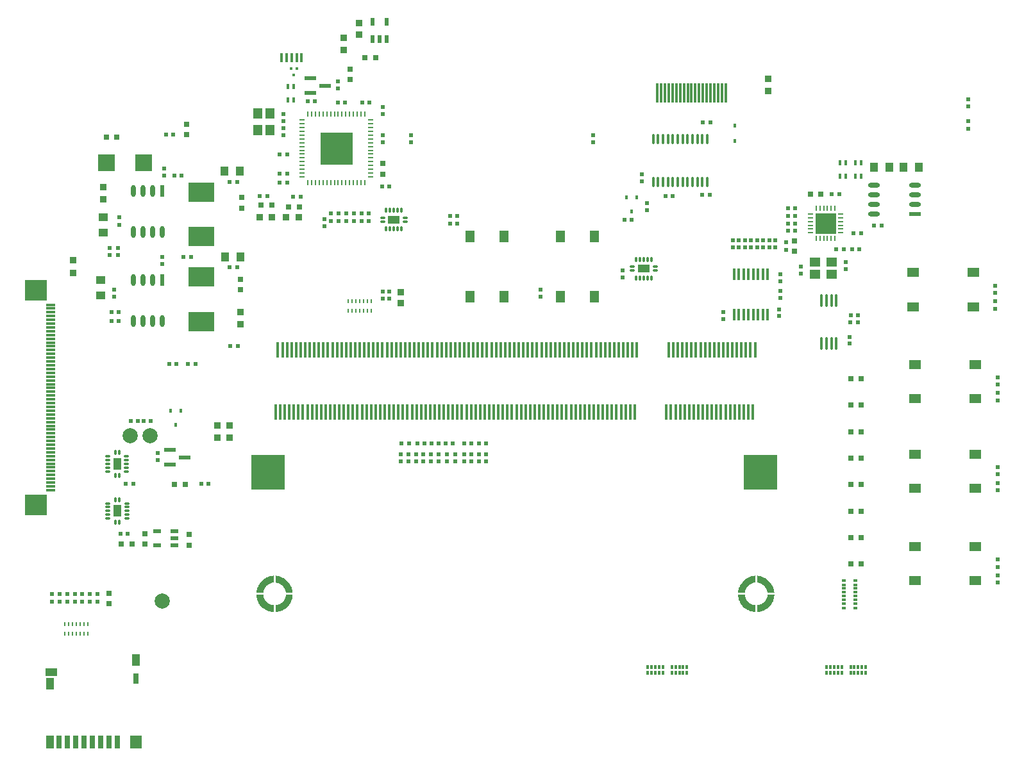
<source format=gtp>
%FSLAX25Y25*%
%MOIN*%
G70*
G01*
G75*
G04 Layer_Color=8421504*
%ADD10C,0.02362*%
%ADD11C,0.00984*%
%ADD12R,0.02441X0.02244*%
%ADD13R,0.02244X0.02441*%
%ADD14O,0.01378X0.06693*%
%ADD15R,0.01614X0.06299*%
%ADD16R,0.02362X0.02165*%
%ADD17R,0.01181X0.10236*%
%ADD18R,0.03000X0.03000*%
G04:AMPARAMS|DCode=19|XSize=29.53mil|YSize=16.54mil|CornerRadius=4.13mil|HoleSize=0mil|Usage=FLASHONLY|Rotation=90.000|XOffset=0mil|YOffset=0mil|HoleType=Round|Shape=RoundedRectangle|*
%AMROUNDEDRECTD19*
21,1,0.02953,0.00827,0,0,90.0*
21,1,0.02126,0.01654,0,0,90.0*
1,1,0.00827,0.00413,0.01063*
1,1,0.00827,0.00413,-0.01063*
1,1,0.00827,-0.00413,-0.01063*
1,1,0.00827,-0.00413,0.01063*
%
%ADD19ROUNDEDRECTD19*%
%ADD20O,0.03150X0.01181*%
%ADD21O,0.01181X0.03150*%
%ADD22R,0.03937X0.05906*%
%ADD23R,0.05906X0.03937*%
%ADD24O,0.01378X0.05512*%
%ADD25R,0.03819X0.03780*%
%ADD26R,0.01181X0.02165*%
%ADD27R,0.01575X0.02165*%
%ADD28R,0.03937X0.02362*%
%ADD29R,0.03000X0.03000*%
%ADD30R,0.05118X0.06102*%
%ADD31C,0.07874*%
%ADD32R,0.02756X0.00984*%
%ADD33R,0.10630X0.10630*%
%ADD34R,0.00984X0.02756*%
%ADD35R,0.06102X0.05118*%
%ADD36R,0.01575X0.01969*%
%ADD37R,0.05906X0.02165*%
%ADD38R,0.03780X0.03819*%
%ADD39R,0.13504X0.09843*%
%ADD40R,0.03937X0.06890*%
%ADD41R,0.02756X0.06890*%
%ADD42R,0.05906X0.06890*%
%ADD43R,0.03150X0.05512*%
%ADD44R,0.05906X0.03937*%
%ADD45R,0.03937X0.06102*%
%ADD46R,0.06200X0.02400*%
%ADD47O,0.06200X0.02400*%
%ADD48R,0.02400X0.06200*%
%ADD49O,0.02400X0.06200*%
%ADD50R,0.01181X0.01181*%
%ADD51R,0.01772X0.02323*%
%ADD52R,0.00787X0.01969*%
%ADD53R,0.08504X0.08898*%
%ADD54R,0.04000X0.05000*%
%ADD55R,0.05000X0.04000*%
%ADD56R,0.01378X0.07874*%
%ADD57R,0.17716X0.18110*%
%ADD58R,0.02441X0.01575*%
%ADD59R,0.04724X0.01181*%
%ADD60R,0.11811X0.10630*%
%ADD61R,0.05512X0.04528*%
%ADD62R,0.04528X0.05512*%
%ADD63R,0.01772X0.05118*%
%ADD64R,0.03740X0.03740*%
%ADD65R,0.02362X0.03937*%
%ADD66O,0.02756X0.00984*%
%ADD67O,0.00984X0.02756*%
%ADD68R,0.17126X0.17126*%
%ADD69C,0.00787*%
%ADD70C,0.00906*%
%ADD71C,0.01969*%
%ADD72C,0.01378*%
%ADD73C,0.01181*%
%ADD74C,0.02756*%
%ADD75C,0.01575*%
%ADD76C,0.00052*%
%ADD77C,0.01000*%
%ADD78C,0.07087*%
%ADD79R,0.07087X0.07087*%
%ADD80C,0.07480*%
%ADD81C,0.25590*%
%ADD82O,0.05906X0.12992*%
%ADD83O,0.05906X0.09055*%
%ADD84C,0.20866*%
%ADD85C,0.08268*%
%ADD86C,0.12795*%
%ADD87C,0.06496*%
%ADD88C,0.09843*%
%ADD89C,0.06693*%
%ADD90R,0.06693X0.06693*%
%ADD91C,0.06000*%
%ADD92R,0.06000X0.06000*%
%ADD93C,0.13780*%
%ADD94C,0.05512*%
%ADD95O,0.15748X0.07874*%
%ADD96O,0.07874X0.15748*%
%ADD97O,0.17716X0.07874*%
%ADD98C,0.04331*%
%ADD99C,0.06299*%
%ADD100C,0.11811*%
%ADD101C,0.03150*%
%ADD102O,0.04528X0.07087*%
%ADD103O,0.05709X0.07874*%
%ADD104C,0.02362*%
%ADD105C,0.00866*%
%ADD106C,0.00900*%
%ADD107C,0.00500*%
%ADD108C,0.00394*%
%ADD109C,0.00591*%
%ADD110C,0.00700*%
%ADD111C,0.00701*%
%ADD112C,0.00472*%
G36*
X134263Y78957D02*
X134290Y78795D01*
X134315Y78645D01*
X134346Y78505D01*
X134379Y78356D01*
X134410Y78213D01*
X134452Y78073D01*
X134539Y77797D01*
X134641Y77525D01*
X134751Y77264D01*
X134960Y76851D01*
X135145Y76537D01*
X135244Y76391D01*
X135467Y76086D01*
X135671Y75838D01*
X135813Y75683D01*
X135922Y75564D01*
X136038Y75458D01*
X136260Y75250D01*
X136526Y75040D01*
X136796Y74839D01*
X136986Y74715D01*
X137258Y74553D01*
X137545Y74404D01*
X137806Y74287D01*
X138021Y74197D01*
X138410Y74066D01*
X138701Y73986D01*
X139120Y73904D01*
X139327Y73868D01*
X139530Y73846D01*
X139622Y73836D01*
Y70288D01*
X139359Y70301D01*
X138884Y70348D01*
X138542Y70398D01*
X138021Y70502D01*
X137647Y70596D01*
X137101Y70762D01*
X136526Y70981D01*
X136081Y71175D01*
X135782Y71323D01*
X135686Y71371D01*
X135295Y71590D01*
X134740Y71948D01*
X134458Y72152D01*
X134091Y72448D01*
X133745Y72735D01*
X133438Y73042D01*
X133141Y73339D01*
X132841Y73698D01*
X132516Y74094D01*
X132086Y74738D01*
X131882Y75100D01*
X131783Y75273D01*
X131696Y75448D01*
X131519Y75800D01*
X131382Y76125D01*
X131317Y76287D01*
X131260Y76450D01*
X131148Y76774D01*
X131039Y77097D01*
X130946Y77480D01*
X130901Y77664D01*
X130847Y77914D01*
X130802Y78170D01*
X130781Y78302D01*
X130761Y78439D01*
X130748Y78566D01*
X130728Y78700D01*
X130703Y78957D01*
X130686Y79220D01*
X134238Y79221D01*
X134263Y78957D01*
D02*
G37*
G36*
X384657D02*
X384684Y78795D01*
X384709Y78645D01*
X384739Y78505D01*
X384772Y78356D01*
X384804Y78213D01*
X384846Y78073D01*
X384933Y77797D01*
X385034Y77525D01*
X385145Y77264D01*
X385353Y76851D01*
X385539Y76537D01*
X385638Y76391D01*
X385860Y76086D01*
X386065Y75838D01*
X386206Y75683D01*
X386315Y75564D01*
X386432Y75458D01*
X386653Y75250D01*
X386919Y75040D01*
X387190Y74839D01*
X387379Y74715D01*
X387652Y74553D01*
X387939Y74404D01*
X388200Y74287D01*
X388414Y74197D01*
X388804Y74066D01*
X389095Y73986D01*
X389514Y73904D01*
X389721Y73868D01*
X389924Y73846D01*
X390016Y73836D01*
Y70288D01*
X389753Y70301D01*
X389278Y70348D01*
X388936Y70398D01*
X388414Y70502D01*
X388040Y70596D01*
X387495Y70762D01*
X386919Y70981D01*
X386474Y71175D01*
X386176Y71323D01*
X386079Y71371D01*
X385688Y71590D01*
X385134Y71948D01*
X384851Y72152D01*
X384485Y72448D01*
X384139Y72735D01*
X383831Y73042D01*
X383534Y73339D01*
X383235Y73698D01*
X382910Y74094D01*
X382480Y74738D01*
X382276Y75100D01*
X382177Y75273D01*
X382089Y75448D01*
X381912Y75800D01*
X381776Y76125D01*
X381711Y76287D01*
X381654Y76450D01*
X381541Y76774D01*
X381433Y77097D01*
X381340Y77480D01*
X381295Y77664D01*
X381241Y77914D01*
X381195Y78170D01*
X381175Y78302D01*
X381154Y78439D01*
X381142Y78566D01*
X381121Y78700D01*
X381097Y78957D01*
X381080Y79220D01*
X384632Y79221D01*
X384657Y78957D01*
D02*
G37*
G36*
X149542Y78957D02*
X149495Y78482D01*
X149444Y78140D01*
X149340Y77619D01*
X149246Y77245D01*
X149081Y76700D01*
X148861Y76124D01*
X148667Y75679D01*
X148519Y75380D01*
X148471Y75284D01*
X148252Y74893D01*
X147895Y74338D01*
X147691Y74056D01*
X147395Y73690D01*
X147107Y73343D01*
X146800Y73036D01*
X146503Y72739D01*
X146144Y72439D01*
X145748Y72114D01*
X145105Y71684D01*
X144743Y71481D01*
X144569Y71381D01*
X144395Y71294D01*
X144043Y71117D01*
X143718Y70980D01*
X143555Y70916D01*
X143392Y70859D01*
X143068Y70746D01*
X142746Y70638D01*
X142363Y70544D01*
X142179Y70499D01*
X141928Y70445D01*
X141672Y70400D01*
X141540Y70380D01*
X141403Y70359D01*
X141276Y70346D01*
X141143Y70326D01*
X140886Y70302D01*
X140622Y70285D01*
X140622Y73836D01*
X140886Y73861D01*
X141048Y73888D01*
X141197Y73913D01*
X141338Y73944D01*
X141487Y73977D01*
X141630Y74008D01*
X141769Y74050D01*
X142045Y74138D01*
X142318Y74239D01*
X142579Y74350D01*
X142992Y74558D01*
X143306Y74744D01*
X143452Y74843D01*
X143757Y75065D01*
X144005Y75270D01*
X144159Y75411D01*
X144279Y75520D01*
X144385Y75636D01*
X144593Y75858D01*
X144803Y76124D01*
X145004Y76395D01*
X145128Y76584D01*
X145290Y76856D01*
X145439Y77143D01*
X145556Y77405D01*
X145645Y77619D01*
X145776Y78008D01*
X145856Y78300D01*
X145939Y78719D01*
X145975Y78926D01*
X145996Y79128D01*
X146006Y79221D01*
X149555D01*
X149542Y78957D01*
D02*
G37*
G36*
X399935D02*
X399888Y78482D01*
X399838Y78140D01*
X399734Y77619D01*
X399640Y77245D01*
X399475Y76700D01*
X399255Y76124D01*
X399061Y75679D01*
X398913Y75380D01*
X398865Y75284D01*
X398646Y74893D01*
X398288Y74338D01*
X398084Y74056D01*
X397788Y73690D01*
X397501Y73343D01*
X397194Y73036D01*
X396897Y72739D01*
X396538Y72439D01*
X396142Y72114D01*
X395499Y71684D01*
X395137Y71481D01*
X394963Y71381D01*
X394789Y71294D01*
X394437Y71117D01*
X394111Y70980D01*
X393949Y70916D01*
X393786Y70859D01*
X393462Y70746D01*
X393139Y70638D01*
X392756Y70544D01*
X392572Y70499D01*
X392322Y70445D01*
X392066Y70400D01*
X391934Y70380D01*
X391797Y70359D01*
X391670Y70346D01*
X391536Y70326D01*
X391280Y70302D01*
X391016Y70285D01*
X391016Y73836D01*
X391280Y73861D01*
X391441Y73888D01*
X391591Y73913D01*
X391731Y73944D01*
X391880Y73977D01*
X392023Y74008D01*
X392163Y74050D01*
X392439Y74138D01*
X392712Y74239D01*
X392972Y74350D01*
X393385Y74558D01*
X393699Y74744D01*
X393846Y74843D01*
X394151Y75065D01*
X394398Y75270D01*
X394553Y75411D01*
X394672Y75520D01*
X394778Y75636D01*
X394987Y75858D01*
X395196Y76124D01*
X395398Y76395D01*
X395521Y76584D01*
X395684Y76856D01*
X395833Y77143D01*
X395950Y77405D01*
X396039Y77619D01*
X396170Y78008D01*
X396250Y78300D01*
X396333Y78719D01*
X396369Y78926D01*
X396390Y79128D01*
X396400Y79221D01*
X399948D01*
X399935Y78957D01*
D02*
G37*
G36*
X139622Y85605D02*
X139358Y85580D01*
X139197Y85553D01*
X139047Y85528D01*
X138906Y85497D01*
X138757Y85464D01*
X138614Y85433D01*
X138475Y85390D01*
X138199Y85303D01*
X137926Y85202D01*
X137665Y85091D01*
X137252Y84883D01*
X136938Y84697D01*
X136792Y84598D01*
X136487Y84376D01*
X136239Y84171D01*
X136085Y84030D01*
X135965Y83921D01*
X135860Y83805D01*
X135651Y83583D01*
X135442Y83317D01*
X135240Y83046D01*
X135117Y82857D01*
X134954Y82585D01*
X134805Y82298D01*
X134688Y82036D01*
X134599Y81822D01*
X134468Y81433D01*
X134388Y81141D01*
X134305Y80722D01*
X134269Y80515D01*
X134248Y80313D01*
X134238Y80220D01*
X130690D01*
X130702Y80483D01*
X130749Y80959D01*
X130800Y81300D01*
X130904Y81822D01*
X130998Y82196D01*
X131163Y82741D01*
X131383Y83317D01*
X131577Y83762D01*
X131725Y84061D01*
X131773Y84157D01*
X131992Y84548D01*
X132350Y85103D01*
X132553Y85385D01*
X132850Y85751D01*
X133137Y86098D01*
X133444Y86405D01*
X133741Y86702D01*
X134100Y87001D01*
X134496Y87327D01*
X135139Y87757D01*
X135501Y87960D01*
X135675Y88060D01*
X135849Y88147D01*
X136201Y88324D01*
X136527Y88460D01*
X136689Y88525D01*
X136852Y88582D01*
X137176Y88695D01*
X137498Y88803D01*
X137882Y88897D01*
X138065Y88942D01*
X138316Y88996D01*
X138572Y89041D01*
X138704Y89061D01*
X138841Y89082D01*
X138968Y89095D01*
X139101Y89115D01*
X139358Y89139D01*
X139622Y89156D01*
X139622Y85605D01*
D02*
G37*
G36*
X390016D02*
X389752Y85580D01*
X389590Y85553D01*
X389440Y85528D01*
X389300Y85497D01*
X389151Y85464D01*
X389008Y85433D01*
X388869Y85390D01*
X388593Y85303D01*
X388320Y85202D01*
X388059Y85091D01*
X387646Y84883D01*
X387332Y84697D01*
X387186Y84598D01*
X386881Y84376D01*
X386633Y84171D01*
X386478Y84030D01*
X386359Y83921D01*
X386253Y83805D01*
X386045Y83583D01*
X385835Y83317D01*
X385634Y83046D01*
X385510Y82857D01*
X385348Y82585D01*
X385199Y82298D01*
X385082Y82036D01*
X384993Y81822D01*
X384861Y81433D01*
X384782Y81141D01*
X384699Y80722D01*
X384663Y80515D01*
X384641Y80313D01*
X384632Y80220D01*
X381083D01*
X381096Y80483D01*
X381143Y80959D01*
X381194Y81300D01*
X381297Y81822D01*
X381392Y82196D01*
X381557Y82741D01*
X381776Y83317D01*
X381971Y83762D01*
X382119Y84061D01*
X382166Y84157D01*
X382385Y84548D01*
X382743Y85103D01*
X382947Y85385D01*
X383243Y85751D01*
X383530Y86098D01*
X383838Y86405D01*
X384135Y86702D01*
X384493Y87001D01*
X384889Y87327D01*
X385533Y87757D01*
X385895Y87960D01*
X386069Y88060D01*
X386243Y88147D01*
X386595Y88324D01*
X386920Y88460D01*
X387083Y88525D01*
X387246Y88582D01*
X387569Y88695D01*
X387892Y88803D01*
X388275Y88897D01*
X388459Y88942D01*
X388709Y88996D01*
X388966Y89041D01*
X389097Y89061D01*
X389234Y89082D01*
X389362Y89095D01*
X389495Y89115D01*
X389752Y89139D01*
X390016Y89156D01*
X390016Y85605D01*
D02*
G37*
G36*
X140885Y89140D02*
X141360Y89093D01*
X141702Y89043D01*
X142224Y88939D01*
X142597Y88845D01*
X143143Y88679D01*
X143718Y88460D01*
X144164Y88266D01*
X144462Y88118D01*
X144559Y88070D01*
X144949Y87851D01*
X145504Y87493D01*
X145787Y87289D01*
X146153Y86993D01*
X146499Y86706D01*
X146806Y86399D01*
X147103Y86102D01*
X147403Y85743D01*
X147728Y85347D01*
X148158Y84703D01*
X148362Y84341D01*
X148461Y84168D01*
X148548Y83993D01*
X148725Y83641D01*
X148862Y83316D01*
X148927Y83153D01*
X148984Y82991D01*
X149097Y82667D01*
X149205Y82344D01*
X149298Y81961D01*
X149343Y81777D01*
X149397Y81527D01*
X149443Y81271D01*
X149463Y81139D01*
X149483Y81002D01*
X149496Y80875D01*
X149516Y80741D01*
X149541Y80484D01*
X149558Y80221D01*
X146006Y80220D01*
X145981Y80484D01*
X145954Y80646D01*
X145929Y80796D01*
X145898Y80936D01*
X145866Y81085D01*
X145834Y81228D01*
X145792Y81367D01*
X145705Y81644D01*
X145603Y81916D01*
X145493Y82177D01*
X145284Y82590D01*
X145099Y82904D01*
X145000Y83050D01*
X144778Y83355D01*
X144573Y83603D01*
X144431Y83758D01*
X144322Y83877D01*
X144206Y83983D01*
X143984Y84191D01*
X143718Y84401D01*
X143448Y84602D01*
X143258Y84726D01*
X142986Y84888D01*
X142699Y85037D01*
X142438Y85154D01*
X142224Y85244D01*
X141834Y85375D01*
X141543Y85455D01*
X141124Y85537D01*
X140917Y85573D01*
X140714Y85595D01*
X140622Y85605D01*
Y89153D01*
X140885Y89140D01*
D02*
G37*
G36*
X391279D02*
X391754Y89093D01*
X392096Y89043D01*
X392617Y88939D01*
X392991Y88845D01*
X393536Y88679D01*
X394112Y88460D01*
X394557Y88266D01*
X394856Y88118D01*
X394952Y88070D01*
X395343Y87851D01*
X395898Y87493D01*
X396180Y87289D01*
X396547Y86993D01*
X396893Y86706D01*
X397200Y86399D01*
X397497Y86102D01*
X397797Y85743D01*
X398122Y85347D01*
X398552Y84703D01*
X398756Y84341D01*
X398855Y84168D01*
X398942Y83993D01*
X399119Y83641D01*
X399256Y83316D01*
X399321Y83153D01*
X399377Y82991D01*
X399490Y82667D01*
X399599Y82344D01*
X399692Y81961D01*
X399737Y81777D01*
X399791Y81527D01*
X399836Y81271D01*
X399856Y81139D01*
X399877Y81002D01*
X399890Y80875D01*
X399910Y80741D01*
X399934Y80484D01*
X399952Y80221D01*
X396400Y80220D01*
X396375Y80484D01*
X396348Y80646D01*
X396323Y80796D01*
X396292Y80936D01*
X396259Y81085D01*
X396228Y81228D01*
X396186Y81367D01*
X396098Y81644D01*
X395997Y81916D01*
X395886Y82177D01*
X395678Y82590D01*
X395492Y82904D01*
X395393Y83050D01*
X395171Y83355D01*
X394966Y83603D01*
X394825Y83758D01*
X394716Y83877D01*
X394600Y83983D01*
X394378Y84191D01*
X394112Y84401D01*
X393841Y84602D01*
X393652Y84726D01*
X393380Y84888D01*
X393093Y85037D01*
X392831Y85154D01*
X392617Y85244D01*
X392228Y85375D01*
X391937Y85455D01*
X391517Y85537D01*
X391310Y85573D01*
X391108Y85595D01*
X391016Y85605D01*
Y89153D01*
X391279Y89140D01*
D02*
G37*
D12*
X173089Y342523D02*
D03*
Y346302D02*
D03*
X373425Y226299D02*
D03*
Y222520D02*
D03*
X402953Y245984D02*
D03*
Y242205D02*
D03*
Y233543D02*
D03*
Y237323D02*
D03*
X189173Y273701D02*
D03*
Y277480D02*
D03*
X217520Y152284D02*
D03*
Y148504D02*
D03*
X515945Y192441D02*
D03*
Y188661D02*
D03*
Y145590D02*
D03*
Y141811D02*
D03*
X514764Y240079D02*
D03*
Y236299D02*
D03*
X515945Y97559D02*
D03*
Y93779D02*
D03*
Y184173D02*
D03*
Y180394D02*
D03*
Y137382D02*
D03*
Y133602D02*
D03*
X514764Y231870D02*
D03*
Y228091D02*
D03*
X515945Y89291D02*
D03*
Y85512D02*
D03*
X242520Y152284D02*
D03*
Y148504D02*
D03*
X213583Y152284D02*
D03*
Y148504D02*
D03*
X238583Y152284D02*
D03*
Y148504D02*
D03*
X209646Y152284D02*
D03*
Y148504D02*
D03*
X234055Y152284D02*
D03*
Y148504D02*
D03*
X205709Y152284D02*
D03*
Y148504D02*
D03*
X229724Y152284D02*
D03*
Y148504D02*
D03*
X185236Y277480D02*
D03*
Y273701D02*
D03*
X181299Y277480D02*
D03*
Y273701D02*
D03*
X177362Y277480D02*
D03*
Y273701D02*
D03*
X173425Y277480D02*
D03*
Y273701D02*
D03*
X169488Y277480D02*
D03*
Y273701D02*
D03*
X330906Y297953D02*
D03*
Y294173D02*
D03*
X406102Y262520D02*
D03*
Y258740D02*
D03*
X48067Y75785D02*
D03*
Y79565D02*
D03*
X44130Y75785D02*
D03*
Y79565D02*
D03*
X40193Y75785D02*
D03*
Y79565D02*
D03*
X36256Y75785D02*
D03*
Y79565D02*
D03*
X32319Y75785D02*
D03*
Y79565D02*
D03*
X28382Y75785D02*
D03*
Y79565D02*
D03*
X333661Y279213D02*
D03*
Y282992D02*
D03*
X24445Y75785D02*
D03*
Y79565D02*
D03*
X211221Y314646D02*
D03*
Y318425D02*
D03*
X305709Y314646D02*
D03*
Y318425D02*
D03*
X79331Y153071D02*
D03*
Y149291D02*
D03*
X81693Y251260D02*
D03*
Y255039D02*
D03*
X54528Y259764D02*
D03*
Y255984D02*
D03*
X82874Y301102D02*
D03*
Y297323D02*
D03*
X144685Y321969D02*
D03*
Y318189D02*
D03*
Y325669D02*
D03*
Y329449D02*
D03*
X500591Y321732D02*
D03*
Y325512D02*
D03*
X437205Y252284D02*
D03*
Y248504D02*
D03*
X413583Y246142D02*
D03*
Y249921D02*
D03*
X165945Y274724D02*
D03*
Y270945D02*
D03*
X196260Y314646D02*
D03*
Y318425D02*
D03*
Y329213D02*
D03*
Y332992D02*
D03*
X278543Y234331D02*
D03*
Y238110D02*
D03*
X56890Y234331D02*
D03*
Y238110D02*
D03*
X58858Y259764D02*
D03*
Y255984D02*
D03*
X59252Y275512D02*
D03*
Y271732D02*
D03*
X321063Y247953D02*
D03*
Y244173D02*
D03*
X500591Y333228D02*
D03*
Y337008D02*
D03*
X196260Y236929D02*
D03*
Y233150D02*
D03*
X199803Y236929D02*
D03*
Y233150D02*
D03*
X381496Y263701D02*
D03*
Y259921D02*
D03*
X378346Y263701D02*
D03*
Y259921D02*
D03*
X384646Y263701D02*
D03*
Y259921D02*
D03*
X387795Y263701D02*
D03*
Y259921D02*
D03*
X390945Y263701D02*
D03*
Y259921D02*
D03*
X397244Y263701D02*
D03*
Y259921D02*
D03*
X394094Y263701D02*
D03*
Y259921D02*
D03*
X400394Y263701D02*
D03*
Y259921D02*
D03*
X221457Y148504D02*
D03*
Y152284D02*
D03*
X225394Y148504D02*
D03*
Y152284D02*
D03*
X246338Y148504D02*
D03*
Y152284D02*
D03*
X250169Y148504D02*
D03*
Y152284D02*
D03*
D13*
X439528Y220945D02*
D03*
X443307D02*
D03*
X443347Y224724D02*
D03*
X439567D02*
D03*
X105866Y136811D02*
D03*
X102087D02*
D03*
X231299Y272441D02*
D03*
X235079D02*
D03*
X185709Y335433D02*
D03*
X189488D02*
D03*
X410748Y276378D02*
D03*
X406968D02*
D03*
X410748Y280315D02*
D03*
X406968D02*
D03*
X444213Y259055D02*
D03*
X440433D02*
D03*
X406968Y272441D02*
D03*
X410748D02*
D03*
X325709Y274410D02*
D03*
X321929D02*
D03*
X142795Y308268D02*
D03*
X146575D02*
D03*
X59173Y226378D02*
D03*
X55394D02*
D03*
X92795Y255118D02*
D03*
X96575D02*
D03*
X88071Y297244D02*
D03*
X91850D02*
D03*
X87520Y318504D02*
D03*
X83740D02*
D03*
X343386Y286614D02*
D03*
X347165D02*
D03*
X362874Y324803D02*
D03*
X366653D02*
D03*
X366260Y287402D02*
D03*
X362480D02*
D03*
X153661Y286221D02*
D03*
X149882D02*
D03*
X132559Y286614D02*
D03*
X136339D02*
D03*
X146575Y298425D02*
D03*
X142795D02*
D03*
X173110Y335433D02*
D03*
X176890D02*
D03*
X195945Y291732D02*
D03*
X199724D02*
D03*
X432165Y259055D02*
D03*
X435945D02*
D03*
X410748Y268504D02*
D03*
X406968D02*
D03*
X441221Y267323D02*
D03*
X445000D02*
D03*
X429803Y287795D02*
D03*
X433583D02*
D03*
X235157Y276378D02*
D03*
X231378D02*
D03*
X59173Y221654D02*
D03*
X55394D02*
D03*
X120591Y294094D02*
D03*
X116811D02*
D03*
X120591Y249606D02*
D03*
X116811D02*
D03*
X161142Y335827D02*
D03*
X157362D02*
D03*
X232795Y157874D02*
D03*
X229016D02*
D03*
X206181D02*
D03*
X209961D02*
D03*
X238661D02*
D03*
X242441D02*
D03*
X214449D02*
D03*
X218228D02*
D03*
X62874Y137008D02*
D03*
X66654D02*
D03*
X60118Y111024D02*
D03*
X63898D02*
D03*
X455630Y271260D02*
D03*
X451850D02*
D03*
X75709Y169488D02*
D03*
X71929D02*
D03*
X65236D02*
D03*
X69016D02*
D03*
X142795Y293701D02*
D03*
X146575D02*
D03*
X117205Y208661D02*
D03*
X120984D02*
D03*
X89095Y199213D02*
D03*
X85315D02*
D03*
X98937D02*
D03*
X95157D02*
D03*
X225501Y157874D02*
D03*
X221722D02*
D03*
X250194D02*
D03*
X246414D02*
D03*
D14*
X424469Y210000D02*
D03*
X427028D02*
D03*
X429587D02*
D03*
X432146D02*
D03*
X424469Y232441D02*
D03*
X427028D02*
D03*
X429587D02*
D03*
X432146D02*
D03*
D15*
X379006Y224803D02*
D03*
X381506D02*
D03*
X384006D02*
D03*
X386506D02*
D03*
X389006D02*
D03*
X391506D02*
D03*
X394006D02*
D03*
X396506D02*
D03*
X379006Y246063D02*
D03*
X381506D02*
D03*
X384006D02*
D03*
X386506D02*
D03*
X389006D02*
D03*
X391506D02*
D03*
X394006D02*
D03*
X396506D02*
D03*
D16*
X439213Y209902D02*
D03*
Y213248D02*
D03*
X402559Y227658D02*
D03*
Y224311D02*
D03*
D17*
X341142Y340315D02*
D03*
X347047D02*
D03*
X352953D02*
D03*
X358858D02*
D03*
X362795D02*
D03*
X364764D02*
D03*
X366732D02*
D03*
X368701D02*
D03*
X370669D02*
D03*
X372638D02*
D03*
X374606D02*
D03*
X343110D02*
D03*
X339173D02*
D03*
X360827D02*
D03*
X356890D02*
D03*
X349016D02*
D03*
X345079D02*
D03*
X354921D02*
D03*
X350984D02*
D03*
D18*
X88116Y136732D02*
D03*
X93616D02*
D03*
X65939Y105512D02*
D03*
X60439D02*
D03*
X439573Y191614D02*
D03*
X445073D02*
D03*
X439573Y177835D02*
D03*
X445073D02*
D03*
X439573Y164055D02*
D03*
X445073D02*
D03*
X439573Y150276D02*
D03*
X445073D02*
D03*
X439573Y136496D02*
D03*
X445073D02*
D03*
X439573Y122716D02*
D03*
X445073D02*
D03*
X439573Y108937D02*
D03*
X445073D02*
D03*
X439573Y95157D02*
D03*
X445073D02*
D03*
X147526Y281102D02*
D03*
X153026D02*
D03*
X138695Y281890D02*
D03*
X133195D02*
D03*
X424207Y287795D02*
D03*
X418707D02*
D03*
X58071Y317323D02*
D03*
X52571D02*
D03*
X192711Y358661D02*
D03*
X187211D02*
D03*
D19*
X441929Y303937D02*
D03*
X445079D02*
D03*
Y296850D02*
D03*
X441929D02*
D03*
X147047Y343701D02*
D03*
X150197D02*
D03*
Y336614D02*
D03*
X147047D02*
D03*
X437205Y303937D02*
D03*
X434055D02*
D03*
X437205Y296850D02*
D03*
X434055D02*
D03*
D20*
X63386Y118898D02*
D03*
Y120866D02*
D03*
Y122835D02*
D03*
Y124803D02*
D03*
Y126772D02*
D03*
X53543D02*
D03*
Y124803D02*
D03*
Y122835D02*
D03*
Y120866D02*
D03*
Y118898D02*
D03*
X337992Y247835D02*
D03*
Y249803D02*
D03*
X326181D02*
D03*
Y247835D02*
D03*
X63189Y143307D02*
D03*
Y145276D02*
D03*
Y147244D02*
D03*
Y149213D02*
D03*
Y151181D02*
D03*
X53347D02*
D03*
Y149213D02*
D03*
Y147244D02*
D03*
Y145276D02*
D03*
Y143307D02*
D03*
X208071Y273425D02*
D03*
Y275394D02*
D03*
X196260D02*
D03*
Y273425D02*
D03*
D21*
X59449Y128740D02*
D03*
X57480D02*
D03*
Y116929D02*
D03*
X59449D02*
D03*
X328150Y243898D02*
D03*
X330118D02*
D03*
X332087D02*
D03*
X334055D02*
D03*
X336024D02*
D03*
Y253740D02*
D03*
X334055D02*
D03*
X332087D02*
D03*
X330118D02*
D03*
X328150D02*
D03*
X59252Y153150D02*
D03*
X57284D02*
D03*
Y141339D02*
D03*
X59252D02*
D03*
X198228Y269488D02*
D03*
X200197D02*
D03*
X202165D02*
D03*
X204134D02*
D03*
X206102D02*
D03*
Y279331D02*
D03*
X204134D02*
D03*
X202165D02*
D03*
X200197D02*
D03*
X198228D02*
D03*
D22*
X58465Y122835D02*
D03*
X58268Y147244D02*
D03*
X23441Y33049D02*
D03*
D23*
X332087Y248819D02*
D03*
X202165Y274410D02*
D03*
D24*
X365059Y316142D02*
D03*
X362500D02*
D03*
X359941D02*
D03*
X357382D02*
D03*
X354823D02*
D03*
X352264D02*
D03*
X349705D02*
D03*
X347146D02*
D03*
X344587D02*
D03*
X342028D02*
D03*
X339469D02*
D03*
X336910D02*
D03*
X365059Y294094D02*
D03*
X362500D02*
D03*
X359941D02*
D03*
X357382D02*
D03*
X354823D02*
D03*
X352264D02*
D03*
X349705D02*
D03*
X347146D02*
D03*
X344587D02*
D03*
X342028D02*
D03*
X339469D02*
D03*
X336910D02*
D03*
D25*
X132421Y275590D02*
D03*
X138839D02*
D03*
X152618D02*
D03*
X146201D02*
D03*
X110374Y167323D02*
D03*
X116791D02*
D03*
X110374Y161024D02*
D03*
X116791D02*
D03*
D26*
X439567Y38642D02*
D03*
X441535D02*
D03*
X445472D02*
D03*
X447441D02*
D03*
Y41673D02*
D03*
X445472D02*
D03*
X441535D02*
D03*
X439567D02*
D03*
X427173Y38583D02*
D03*
X429142D02*
D03*
X433079D02*
D03*
X435047D02*
D03*
Y41614D02*
D03*
X433079D02*
D03*
X429142D02*
D03*
X427173D02*
D03*
X346654Y38583D02*
D03*
X348622D02*
D03*
X352559D02*
D03*
X354528Y41614D02*
D03*
X352559D02*
D03*
X348622D02*
D03*
X346654D02*
D03*
X354528Y38583D02*
D03*
X334055Y38642D02*
D03*
X336024D02*
D03*
X339961D02*
D03*
X341929D02*
D03*
Y41673D02*
D03*
X339961D02*
D03*
X336024D02*
D03*
X334055D02*
D03*
D27*
X443504Y38642D02*
D03*
Y41673D02*
D03*
X431110Y38583D02*
D03*
Y41614D02*
D03*
X350591Y38583D02*
D03*
Y41614D02*
D03*
X337992Y38642D02*
D03*
Y41673D02*
D03*
D28*
X79134Y104921D02*
D03*
Y112402D02*
D03*
X88189D02*
D03*
Y108661D02*
D03*
Y104921D02*
D03*
D29*
X72638Y105518D02*
D03*
Y111018D02*
D03*
X95866Y105124D02*
D03*
Y110624D02*
D03*
X122244Y243301D02*
D03*
Y237801D02*
D03*
X123031Y285821D02*
D03*
Y280321D02*
D03*
X94291Y324010D02*
D03*
Y318510D02*
D03*
X179331Y352750D02*
D03*
Y347250D02*
D03*
X410433Y263380D02*
D03*
Y257880D02*
D03*
X53972Y80031D02*
D03*
Y74531D02*
D03*
X196260Y298116D02*
D03*
Y303616D02*
D03*
D30*
X306299Y265650D02*
D03*
Y234350D02*
D03*
X288583Y265650D02*
D03*
Y234350D02*
D03*
X259449Y265650D02*
D03*
Y234350D02*
D03*
X241732Y265650D02*
D03*
Y234350D02*
D03*
D31*
X81693Y75931D02*
D03*
X75394Y161811D02*
D03*
X65158D02*
D03*
D32*
X434449Y273425D02*
D03*
Y275394D02*
D03*
X418701Y267520D02*
D03*
Y269488D02*
D03*
Y271457D02*
D03*
Y273425D02*
D03*
Y275394D02*
D03*
Y277362D02*
D03*
X434449D02*
D03*
Y267520D02*
D03*
Y271457D02*
D03*
Y269488D02*
D03*
D33*
X426575Y272441D02*
D03*
D34*
X431496Y264567D02*
D03*
X429528D02*
D03*
X427559D02*
D03*
X425591D02*
D03*
X421654Y280315D02*
D03*
X423622D02*
D03*
X425591D02*
D03*
X427559D02*
D03*
X429528D02*
D03*
X431496D02*
D03*
X423622Y264567D02*
D03*
X421654D02*
D03*
D35*
X473169Y199114D02*
D03*
X504468D02*
D03*
X473169Y181398D02*
D03*
X504468D02*
D03*
X473169Y152323D02*
D03*
X504468D02*
D03*
X473169Y134606D02*
D03*
X504468D02*
D03*
X472185Y246811D02*
D03*
X503484D02*
D03*
X472185Y229095D02*
D03*
X503484D02*
D03*
X473169Y104232D02*
D03*
X504468D02*
D03*
X473169Y86516D02*
D03*
X504468D02*
D03*
D36*
X328346Y286024D02*
D03*
X323228D02*
D03*
X325787Y278543D02*
D03*
X88779Y167520D02*
D03*
X86221Y175000D02*
D03*
X91339D02*
D03*
D37*
X93307Y150787D02*
D03*
X85827Y147047D02*
D03*
Y154528D02*
D03*
X166254Y344089D02*
D03*
X158774Y340349D02*
D03*
Y347829D02*
D03*
D38*
X176181Y368957D02*
D03*
Y362539D02*
D03*
X396654Y341280D02*
D03*
Y347697D02*
D03*
X35236Y246791D02*
D03*
Y253209D02*
D03*
X50984Y284980D02*
D03*
Y291398D02*
D03*
X122343Y219921D02*
D03*
Y226339D02*
D03*
D39*
X102165Y221457D02*
D03*
X102165Y244685D02*
D03*
X102165Y265551D02*
D03*
X102165Y288779D02*
D03*
D40*
X23441Y2581D02*
D03*
D41*
X28165D02*
D03*
X32496D02*
D03*
X36827D02*
D03*
X41157D02*
D03*
X45488D02*
D03*
X49819D02*
D03*
X54149D02*
D03*
X58480D02*
D03*
D42*
X68126D02*
D03*
D43*
Y35608D02*
D03*
D44*
X24228Y38955D02*
D03*
D45*
X68165Y45155D02*
D03*
D46*
X473032Y277165D02*
D03*
D47*
Y282165D02*
D03*
Y287165D02*
D03*
Y292165D02*
D03*
X451731Y277165D02*
D03*
Y282165D02*
D03*
Y287165D02*
D03*
Y292165D02*
D03*
D48*
X81693Y242913D02*
D03*
Y289370D02*
D03*
D49*
X76693Y242913D02*
D03*
X71693D02*
D03*
X66693D02*
D03*
X81693Y221613D02*
D03*
X76693D02*
D03*
X71693D02*
D03*
X66693D02*
D03*
X76693Y289370D02*
D03*
X71693D02*
D03*
X66693D02*
D03*
X81693Y268070D02*
D03*
X76693D02*
D03*
X71693D02*
D03*
X66693D02*
D03*
D50*
X150197Y349508D02*
D03*
X148819Y352854D02*
D03*
X151575D02*
D03*
D51*
X379331Y323445D02*
D03*
Y315138D02*
D03*
D52*
X190354Y231988D02*
D03*
X188386D02*
D03*
X186417D02*
D03*
X184449D02*
D03*
X182480D02*
D03*
X180512D02*
D03*
X178543D02*
D03*
Y227067D02*
D03*
X180512D02*
D03*
X182480D02*
D03*
X184449D02*
D03*
X186417D02*
D03*
X188386D02*
D03*
X190354D02*
D03*
X42948Y63994D02*
D03*
X40980D02*
D03*
X39011D02*
D03*
X37043D02*
D03*
X35074D02*
D03*
X33106D02*
D03*
X31137D02*
D03*
Y59073D02*
D03*
X33106D02*
D03*
X35074D02*
D03*
X37043D02*
D03*
X39011D02*
D03*
X40980D02*
D03*
X42948D02*
D03*
D53*
X52756Y303937D02*
D03*
X72047D02*
D03*
D54*
X451709Y301575D02*
D03*
X459709Y301575D02*
D03*
X475063Y301575D02*
D03*
X467063Y301575D02*
D03*
X122307Y255118D02*
D03*
X114307Y255118D02*
D03*
X121913Y299606D02*
D03*
X113913Y299606D02*
D03*
D55*
X50984Y267654D02*
D03*
X50984Y275654D02*
D03*
X49803Y242976D02*
D03*
X49803Y234976D02*
D03*
D56*
X218665Y174209D02*
D03*
X221028D02*
D03*
X206854D02*
D03*
X209216D02*
D03*
X258823D02*
D03*
X261185D02*
D03*
X263547D02*
D03*
X265909D02*
D03*
X272996D02*
D03*
X280083D02*
D03*
X291894D02*
D03*
X294256D02*
D03*
X296618D02*
D03*
X298980D02*
D03*
X301343D02*
D03*
X303705D02*
D03*
X306067D02*
D03*
X308429D02*
D03*
X310791D02*
D03*
X313154D02*
D03*
X315516D02*
D03*
X317878D02*
D03*
X320240D02*
D03*
X322602D02*
D03*
X324965D02*
D03*
X327327D02*
D03*
X343862D02*
D03*
X346224D02*
D03*
X348587D02*
D03*
X350949D02*
D03*
X353311D02*
D03*
X355673D02*
D03*
X358035D02*
D03*
X360398D02*
D03*
X362760D02*
D03*
X365122D02*
D03*
X367484D02*
D03*
X369847D02*
D03*
X372209D02*
D03*
X374571D02*
D03*
X376933D02*
D03*
X379295D02*
D03*
X381658D02*
D03*
X384020D02*
D03*
X386382D02*
D03*
X388744D02*
D03*
X140713D02*
D03*
X143075D02*
D03*
X145437D02*
D03*
X147799D02*
D03*
X150161D02*
D03*
X152524D02*
D03*
X154886D02*
D03*
X157248D02*
D03*
X159610D02*
D03*
X161972D02*
D03*
X164335D02*
D03*
X166697D02*
D03*
X169059D02*
D03*
X171421D02*
D03*
X173784D02*
D03*
X176146D02*
D03*
X178508D02*
D03*
X180870D02*
D03*
X183232D02*
D03*
X185594D02*
D03*
X187957D02*
D03*
X190319D02*
D03*
X192681D02*
D03*
X195043D02*
D03*
X197406D02*
D03*
X204492D02*
D03*
X211579D02*
D03*
X213941D02*
D03*
X216303D02*
D03*
X228114D02*
D03*
X230476D02*
D03*
X232839D02*
D03*
X235201D02*
D03*
X237563D02*
D03*
X239925D02*
D03*
X247012D02*
D03*
X249374D02*
D03*
X251736D02*
D03*
X254098D02*
D03*
X256461D02*
D03*
X200949Y206492D02*
D03*
X203311D02*
D03*
X205673D02*
D03*
X208035D02*
D03*
X210398D02*
D03*
X212760D02*
D03*
X215122D02*
D03*
X217484D02*
D03*
X219847D02*
D03*
X222209D02*
D03*
X224571D02*
D03*
X226933D02*
D03*
X229295D02*
D03*
X231658D02*
D03*
X234020D02*
D03*
X236382D02*
D03*
X238744D02*
D03*
X241106D02*
D03*
X243468D02*
D03*
X250555D02*
D03*
X141894D02*
D03*
X144256D02*
D03*
X146618D02*
D03*
X153705D02*
D03*
X156067D02*
D03*
X163154D02*
D03*
X170240D02*
D03*
X172602D02*
D03*
X179689D02*
D03*
X182051D02*
D03*
X184413D02*
D03*
X191500D02*
D03*
X193862D02*
D03*
X196224D02*
D03*
X198587D02*
D03*
X321421D02*
D03*
X328508D02*
D03*
X345043D02*
D03*
X347406D02*
D03*
X349768D02*
D03*
X352130D02*
D03*
X354492D02*
D03*
X356854D02*
D03*
X359216D02*
D03*
X361579D02*
D03*
X363941D02*
D03*
X366303D02*
D03*
X368665D02*
D03*
X371028D02*
D03*
X373390D02*
D03*
X375752D02*
D03*
X378114D02*
D03*
X380476D02*
D03*
X382839D02*
D03*
X385201D02*
D03*
X387563D02*
D03*
X389925D02*
D03*
X257642D02*
D03*
X264728D02*
D03*
X271815D02*
D03*
X278902D02*
D03*
X290713D02*
D03*
X293075D02*
D03*
X295437D02*
D03*
X297799D02*
D03*
X300161D02*
D03*
X302524D02*
D03*
X304886D02*
D03*
X307248D02*
D03*
X309610Y206492D02*
D03*
X311972Y206492D02*
D03*
X314335D02*
D03*
X189138D02*
D03*
X186776D02*
D03*
X160791D02*
D03*
X158429D02*
D03*
X151342D02*
D03*
X148980D02*
D03*
X167878D02*
D03*
X165516D02*
D03*
X177327D02*
D03*
X174965D02*
D03*
X248193D02*
D03*
X245831D02*
D03*
X255279D02*
D03*
X252917D02*
D03*
X262366D02*
D03*
X260004D02*
D03*
X269453D02*
D03*
X267091D02*
D03*
X270634Y174209D02*
D03*
X268272D02*
D03*
X277720D02*
D03*
X275358D02*
D03*
X284807D02*
D03*
X282445D02*
D03*
X289531D02*
D03*
X287169D02*
D03*
X326146Y206492D02*
D03*
X323783D02*
D03*
X276539D02*
D03*
X274177D02*
D03*
X283626D02*
D03*
X281264D02*
D03*
X288350D02*
D03*
X285988D02*
D03*
X319059D02*
D03*
X316697D02*
D03*
X202130Y174209D02*
D03*
X199768D02*
D03*
X244650D02*
D03*
X242287D02*
D03*
X225752D02*
D03*
X223390D02*
D03*
D57*
X136579Y143106D02*
D03*
X392878D02*
D03*
D58*
X436024Y86614D02*
D03*
Y82480D02*
D03*
Y80512D02*
D03*
Y72441D02*
D03*
Y74606D02*
D03*
Y76575D02*
D03*
Y78543D02*
D03*
Y84449D02*
D03*
X441929D02*
D03*
Y80512D02*
D03*
Y78543D02*
D03*
Y76575D02*
D03*
Y82480D02*
D03*
Y72441D02*
D03*
Y74606D02*
D03*
Y86614D02*
D03*
D59*
X23779Y184843D02*
D03*
Y186811D02*
D03*
Y230118D02*
D03*
Y228150D02*
D03*
Y226181D02*
D03*
Y224213D02*
D03*
Y214370D02*
D03*
Y208465D02*
D03*
Y206496D02*
D03*
Y204528D02*
D03*
Y202559D02*
D03*
Y200591D02*
D03*
Y198622D02*
D03*
Y196654D02*
D03*
Y194685D02*
D03*
Y192717D02*
D03*
Y190748D02*
D03*
Y188780D02*
D03*
Y178937D02*
D03*
Y173032D02*
D03*
Y171063D02*
D03*
Y169095D02*
D03*
Y167126D02*
D03*
Y165158D02*
D03*
Y163189D02*
D03*
Y161221D02*
D03*
Y159252D02*
D03*
Y157284D02*
D03*
Y155315D02*
D03*
Y153347D02*
D03*
Y151378D02*
D03*
Y149410D02*
D03*
Y147441D02*
D03*
Y145473D02*
D03*
Y143504D02*
D03*
Y141536D02*
D03*
Y139567D02*
D03*
Y137599D02*
D03*
Y135630D02*
D03*
Y133662D02*
D03*
Y182874D02*
D03*
Y180906D02*
D03*
Y218307D02*
D03*
Y216339D02*
D03*
Y222244D02*
D03*
Y220276D02*
D03*
Y176969D02*
D03*
Y175000D02*
D03*
Y212402D02*
D03*
Y210433D02*
D03*
D60*
X15984Y237717D02*
D03*
Y126063D02*
D03*
D61*
X429724Y246063D02*
D03*
X421063D02*
D03*
Y252362D02*
D03*
X429724D02*
D03*
D62*
X137598Y320866D02*
D03*
Y329528D02*
D03*
X131299D02*
D03*
Y320866D02*
D03*
D63*
X146457Y358661D02*
D03*
X149016D02*
D03*
X151575D02*
D03*
X143898D02*
D03*
X154134D02*
D03*
D64*
X205709Y236713D02*
D03*
Y231004D02*
D03*
X184055Y370768D02*
D03*
Y376476D02*
D03*
D65*
X190945Y377362D02*
D03*
X198425D02*
D03*
Y368307D02*
D03*
X194685D02*
D03*
X190945D02*
D03*
D66*
X154528Y326181D02*
D03*
Y324213D02*
D03*
Y322244D02*
D03*
Y320276D02*
D03*
Y318307D02*
D03*
Y316339D02*
D03*
Y310433D02*
D03*
Y308465D02*
D03*
Y306496D02*
D03*
Y304528D02*
D03*
Y302559D02*
D03*
Y300590D02*
D03*
Y298622D02*
D03*
Y296654D02*
D03*
X189961D02*
D03*
Y298622D02*
D03*
Y300590D02*
D03*
Y302559D02*
D03*
Y304528D02*
D03*
Y306496D02*
D03*
Y308465D02*
D03*
Y310433D02*
D03*
Y312402D02*
D03*
Y314370D02*
D03*
Y316339D02*
D03*
Y318307D02*
D03*
Y320276D02*
D03*
Y322244D02*
D03*
Y324213D02*
D03*
Y326181D02*
D03*
X154528Y314370D02*
D03*
Y312402D02*
D03*
D67*
X157480Y293701D02*
D03*
X159449D02*
D03*
X161417D02*
D03*
X163386D02*
D03*
X165354D02*
D03*
X167323D02*
D03*
X169291D02*
D03*
X171260D02*
D03*
X173228D02*
D03*
X175197D02*
D03*
X177165D02*
D03*
X179134D02*
D03*
X181102D02*
D03*
X183071D02*
D03*
X185039D02*
D03*
X187008D02*
D03*
Y329134D02*
D03*
X185039D02*
D03*
X183071D02*
D03*
X181102D02*
D03*
X179134D02*
D03*
X177165D02*
D03*
X175197D02*
D03*
X173228D02*
D03*
X171260D02*
D03*
X169291D02*
D03*
X167323D02*
D03*
X165354D02*
D03*
X163386D02*
D03*
X161417D02*
D03*
X159449D02*
D03*
X157480D02*
D03*
D68*
X172244Y311417D02*
D03*
M02*

</source>
